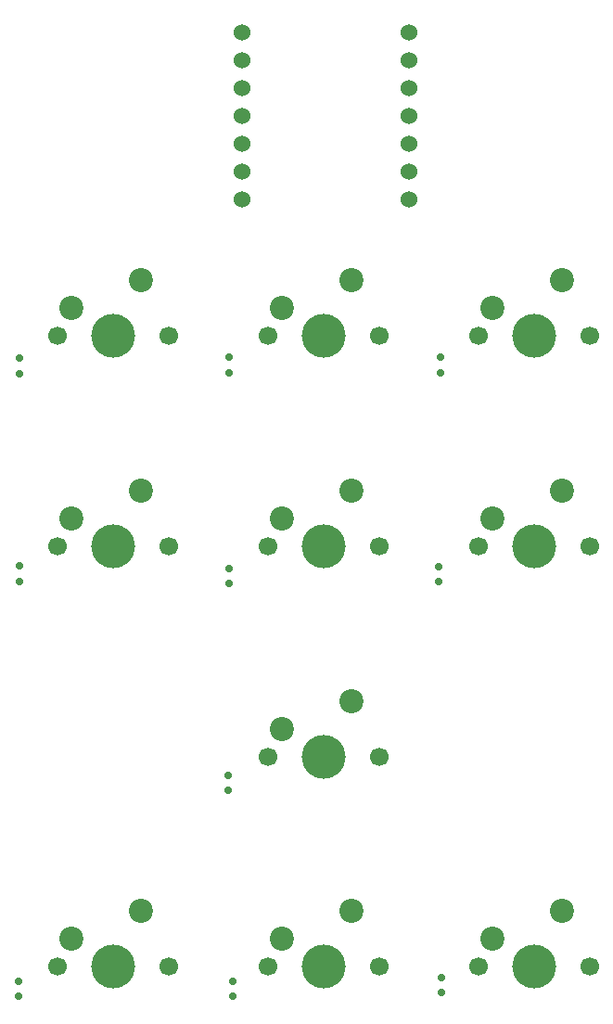
<source format=gbr>
%TF.GenerationSoftware,KiCad,Pcbnew,9.0.6*%
%TF.CreationDate,2025-12-08T11:04:57+13:00*%
%TF.ProjectId,hacropad,68616372-6f70-4616-942e-6b696361645f,rev?*%
%TF.SameCoordinates,Original*%
%TF.FileFunction,Soldermask,Bot*%
%TF.FilePolarity,Negative*%
%FSLAX46Y46*%
G04 Gerber Fmt 4.6, Leading zero omitted, Abs format (unit mm)*
G04 Created by KiCad (PCBNEW 9.0.6) date 2025-12-08 11:04:57*
%MOMM*%
%LPD*%
G01*
G04 APERTURE LIST*
G04 Aperture macros list*
%AMRoundRect*
0 Rectangle with rounded corners*
0 $1 Rounding radius*
0 $2 $3 $4 $5 $6 $7 $8 $9 X,Y pos of 4 corners*
0 Add a 4 corners polygon primitive as box body*
4,1,4,$2,$3,$4,$5,$6,$7,$8,$9,$2,$3,0*
0 Add four circle primitives for the rounded corners*
1,1,$1+$1,$2,$3*
1,1,$1+$1,$4,$5*
1,1,$1+$1,$6,$7*
1,1,$1+$1,$8,$9*
0 Add four rect primitives between the rounded corners*
20,1,$1+$1,$2,$3,$4,$5,0*
20,1,$1+$1,$4,$5,$6,$7,0*
20,1,$1+$1,$6,$7,$8,$9,0*
20,1,$1+$1,$8,$9,$2,$3,0*%
G04 Aperture macros list end*
%ADD10C,1.700000*%
%ADD11C,4.000000*%
%ADD12C,2.200000*%
%ADD13RoundRect,0.150000X-0.200000X0.150000X-0.200000X-0.150000X0.200000X-0.150000X0.200000X0.150000X0*%
%ADD14C,1.524000*%
G04 APERTURE END LIST*
D10*
%TO.C,SW10*%
X161450000Y-111750000D03*
D11*
X166530000Y-111750000D03*
D10*
X171610000Y-111750000D03*
D12*
X169070000Y-106670000D03*
X162720000Y-109210000D03*
%TD*%
D10*
%TO.C,SW8*%
X123050000Y-111750000D03*
D11*
X128130000Y-111750000D03*
D10*
X133210000Y-111750000D03*
D12*
X130670000Y-106670000D03*
X124320000Y-109210000D03*
%TD*%
D10*
%TO.C,SW6*%
X161450000Y-73360000D03*
D11*
X166530000Y-73360000D03*
D10*
X171610000Y-73360000D03*
D12*
X169070000Y-68280000D03*
X162720000Y-70820000D03*
%TD*%
D13*
%TO.C,D8*%
X119460000Y-114437500D03*
X119460000Y-113037500D03*
%TD*%
%TO.C,D10*%
X158060000Y-114090000D03*
X158060000Y-112690000D03*
%TD*%
D10*
%TO.C,SW1*%
X123050000Y-54160000D03*
D11*
X128130000Y-54160000D03*
D10*
X133210000Y-54160000D03*
D12*
X130670000Y-49080000D03*
X124320000Y-51620000D03*
%TD*%
D10*
%TO.C,SW9*%
X142250000Y-111750000D03*
D11*
X147330000Y-111750000D03*
D10*
X152410000Y-111750000D03*
D12*
X149870000Y-106670000D03*
X143520000Y-109210000D03*
%TD*%
D10*
%TO.C,SW4*%
X123050000Y-73360000D03*
D11*
X128130000Y-73360000D03*
D10*
X133210000Y-73360000D03*
D12*
X130670000Y-68280000D03*
X124320000Y-70820000D03*
%TD*%
D14*
%TO.C,U1*%
X139840000Y-26468500D03*
X139840000Y-29008500D03*
X139840000Y-31548500D03*
X139840000Y-34088500D03*
X139840000Y-36628500D03*
X139840000Y-39168500D03*
X139840000Y-41708500D03*
X155080000Y-41708500D03*
X155080000Y-39168500D03*
X155080000Y-36628500D03*
X155080000Y-34088500D03*
X155080000Y-31548500D03*
X155080000Y-29008500D03*
X155080000Y-26468500D03*
%TD*%
D10*
%TO.C,SW2*%
X142250000Y-54160000D03*
D11*
X147330000Y-54160000D03*
D10*
X152410000Y-54160000D03*
D12*
X149870000Y-49080000D03*
X143520000Y-51620000D03*
%TD*%
D13*
%TO.C,D9*%
X139010000Y-114437500D03*
X139010000Y-113037500D03*
%TD*%
D10*
%TO.C,SW3*%
X161450000Y-54160000D03*
D11*
X166530000Y-54160000D03*
D10*
X171610000Y-54160000D03*
D12*
X169070000Y-49080000D03*
X162720000Y-51620000D03*
%TD*%
D10*
%TO.C,SW5*%
X142250000Y-73360000D03*
D11*
X147330000Y-73360000D03*
D10*
X152410000Y-73360000D03*
D12*
X149870000Y-68280000D03*
X143520000Y-70820000D03*
%TD*%
D10*
%TO.C,SW7*%
X142250000Y-92560000D03*
D11*
X147330000Y-92560000D03*
D10*
X152410000Y-92560000D03*
D12*
X149870000Y-87480000D03*
X143520000Y-90020000D03*
%TD*%
D13*
%TO.C,D5*%
X138710000Y-76752500D03*
X138710000Y-75352500D03*
%TD*%
%TO.C,D1*%
X119520000Y-57582500D03*
X119520000Y-56182500D03*
%TD*%
%TO.C,D7*%
X138610000Y-95640000D03*
X138610000Y-94240000D03*
%TD*%
%TO.C,D2*%
X138660000Y-57530000D03*
X138660000Y-56130000D03*
%TD*%
%TO.C,D6*%
X157860000Y-76590000D03*
X157860000Y-75190000D03*
%TD*%
%TO.C,D3*%
X157980000Y-57500000D03*
X157980000Y-56100000D03*
%TD*%
%TO.C,D4*%
X119520000Y-76562500D03*
X119520000Y-75162500D03*
%TD*%
M02*

</source>
